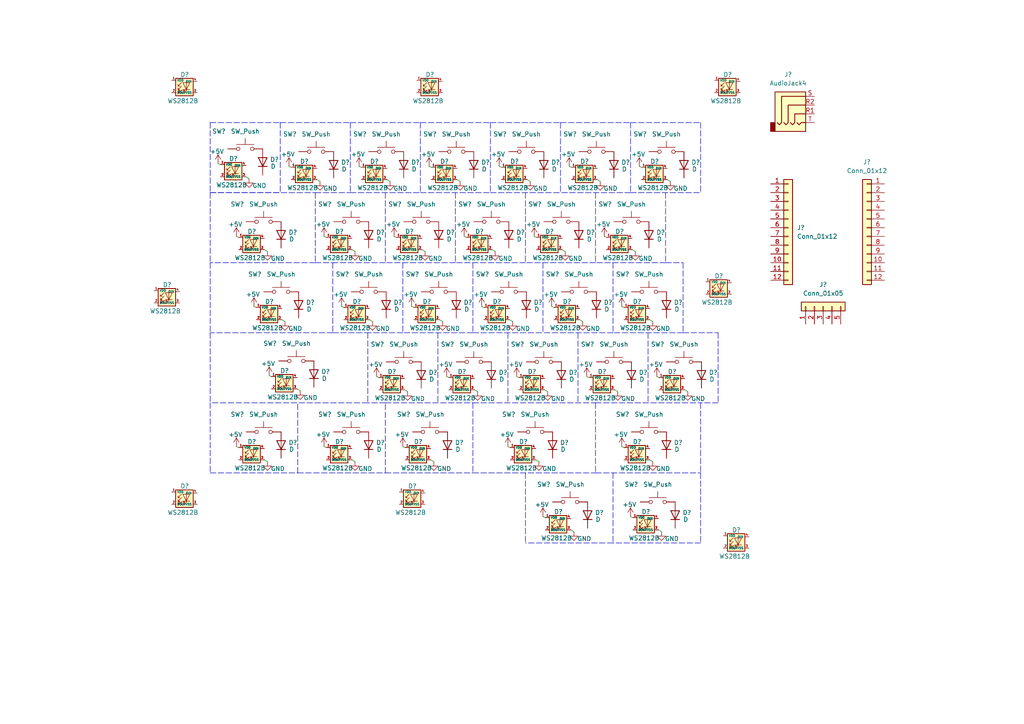
<source format=kicad_sch>
(kicad_sch (version 20211123) (generator eeschema)
  (paper "A4")
  (lib_symbols
    (symbol "Connector:AudioJack4"
      (property "Reference" "J" (at 0 8.89 0))
      (property "Value" "AudioJack4" (at 0 6.35 0))
      (symbol "AudioJack4_0_1"
        (rectangle (start -6.35 -5.08) (end -7.62 -7.62) (stroke (width 0.254)) (fill (type outline)))
        (polyline (pts (xy 0 -5.08) (xy 0.635 -5.715) (xy 1.27 -5.08) (xy 2.54 -5.08)) (stroke (width 0.254)))
        (polyline (pts (xy -5.715 -5.08) (xy -5.08 -5.715) (xy -4.445 -5.08) (xy -4.445 2.54) (xy 2.54 2.54)) (stroke (width 0.254)))
        (polyline (pts (xy -1.905 -5.08) (xy -1.27 -5.715) (xy -0.635 -5.08) (xy -0.635 -2.54) (xy 2.54 -2.54)) (stroke (width 0.254)))
        (polyline (pts (xy 2.54 0) (xy -2.54 0) (xy -2.54 -5.08) (xy -3.175 -5.715) (xy -3.81 -5.08)) (stroke (width 0.254)))
        (rectangle (start 2.54 3.81) (end -6.35 -7.62) (stroke (width 0.254)) (fill (type background)))
      )
      (symbol "AudioJack4_1_1"
        (pin passive line (at 5.08 -2.54 180) (length 2.54) (name "~") (number "R1"))
        (pin passive line (at 5.08 0 180) (length 2.54) (name "~") (number "R2"))
        (pin passive line (at 5.08 2.54 180) (length 2.54) (name "~") (number "S"))
        (pin passive line (at 5.08 -5.08 180) (length 2.54) (name "~") (number "T"))
      )
    )
    (symbol "Connector_Generic:Conn_01x05" (pin_names (offset 1.016) hide)
      (property "Reference" "J" (at 0 7.62 0))
      (property "Value" "Conn_01x05" (at 0 -7.62 0))
      (symbol "Conn_01x05_1_1"
        (rectangle (start -1.27 -4.953) (end 0 -5.207) (stroke (width 0.1524)))
        (rectangle (start -1.27 -2.413) (end 0 -2.667) (stroke (width 0.1524)))
        (rectangle (start -1.27 0.127) (end 0 -0.127) (stroke (width 0.1524)))
        (rectangle (start -1.27 2.667) (end 0 2.413) (stroke (width 0.1524)))
        (rectangle (start -1.27 5.207) (end 0 4.953) (stroke (width 0.1524)))
        (rectangle (start -1.27 6.35) (end 1.27 -6.35) (stroke (width 0.254)) (fill (type background)))
        (pin passive line (at -5.08 5.08 0) (length 3.81) (name "Pin_1") (number "1"))
        (pin passive line (at -5.08 2.54 0) (length 3.81) (name "Pin_2") (number "2"))
        (pin passive line (at -5.08 0 0) (length 3.81) (name "Pin_3") (number "3"))
        (pin passive line (at -5.08 -2.54 0) (length 3.81) (name "Pin_4") (number "4"))
        (pin passive line (at -5.08 -5.08 0) (length 3.81) (name "Pin_5") (number "5"))
      )
    )
    (symbol "Connector_Generic:Conn_01x12" (pin_names (offset 1.016) hide)
      (property "Reference" "J" (at 0 15.24 0))
      (property "Value" "Conn_01x12" (at 0 -17.78 0))
      (symbol "Conn_01x12_1_1"
        (rectangle (start -1.27 -15.113) (end 0 -15.367) (stroke (width 0.1524)))
        (rectangle (start -1.27 -12.573) (end 0 -12.827) (stroke (width 0.1524)))
        (rectangle (start -1.27 -10.033) (end 0 -10.287) (stroke (width 0.1524)))
        (rectangle (start -1.27 -7.493) (end 0 -7.747) (stroke (width 0.1524)))
        (rectangle (start -1.27 -4.953) (end 0 -5.207) (stroke (width 0.1524)))
        (rectangle (start -1.27 -2.413) (end 0 -2.667) (stroke (width 0.1524)))
        (rectangle (start -1.27 0.127) (end 0 -0.127) (stroke (width 0.1524)))
        (rectangle (start -1.27 2.667) (end 0 2.413) (stroke (width 0.1524)))
        (rectangle (start -1.27 5.207) (end 0 4.953) (stroke (width 0.1524)))
        (rectangle (start -1.27 7.747) (end 0 7.493) (stroke (width 0.1524)))
        (rectangle (start -1.27 10.287) (end 0 10.033) (stroke (width 0.1524)))
        (rectangle (start -1.27 12.827) (end 0 12.573) (stroke (width 0.1524)))
        (rectangle (start -1.27 13.97) (end 1.27 -16.51) (stroke (width 0.254)) (fill (type background)))
        (pin passive line (at -5.08 12.7 0) (length 3.81) (name "Pin_1") (number "1"))
        (pin passive line (at -5.08 -10.16 0) (length 3.81) (name "Pin_10") (number "10"))
        (pin passive line (at -5.08 -12.7 0) (length 3.81) (name "Pin_11") (number "11"))
        (pin passive line (at -5.08 -15.24 0) (length 3.81) (name "Pin_12") (number "12"))
        (pin passive line (at -5.08 10.16 0) (length 3.81) (name "Pin_2") (number "2"))
        (pin passive line (at -5.08 7.62 0) (length 3.81) (name "Pin_3") (number "3"))
        (pin passive line (at -5.08 5.08 0) (length 3.81) (name "Pin_4") (number "4"))
        (pin passive line (at -5.08 2.54 0) (length 3.81) (name "Pin_5") (number "5"))
        (pin passive line (at -5.08 0 0) (length 3.81) (name "Pin_6") (number "6"))
        (pin passive line (at -5.08 -2.54 0) (length 3.81) (name "Pin_7") (number "7"))
        (pin passive line (at -5.08 -5.08 0) (length 3.81) (name "Pin_8") (number "8"))
        (pin passive line (at -5.08 -7.62 0) (length 3.81) (name "Pin_9") (number "9"))
      )
    )
    (symbol "Device:D" (pin_numbers hide) (pin_names (offset 1.016) hide)
      (property "Reference" "D" (at 0 2.54 0))
      (property "Value" "D" (at 0 -2.54 0))
      (symbol "D_0_1"
        (polyline (pts (xy -1.27 1.27) (xy -1.27 -1.27)) (stroke (width 0.254)))
        (polyline (pts (xy 1.27 0) (xy -1.27 0)))
        (polyline (pts (xy 1.27 1.27) (xy 1.27 -1.27) (xy -1.27 0) (xy 1.27 1.27)) (stroke (width 0.254)))
      )
      (symbol "D_1_1"
        (pin passive line (at -3.81 0 0) (length 2.54) (name "K") (number "1"))
        (pin passive line (at 3.81 0 180) (length 2.54) (name "A") (number "2"))
      )
    )
    (symbol "LED:WS2812B" (pin_names (offset 0.254))
      (property "Reference" "D?" (at -1.1908 3.8701 0))
      (property "Value" "WS2812B" (at -0.2977 -3.8701 0))
      (symbol "WS2812B_0_0"
        (text "RGB" (at -0.691 -1.214 0) (effects (font (size 0.762 0.762))))
      )
      (symbol "WS2812B_0_1"
        (rectangle (start -2.3816 2.6793) (end 2.6793 -2.3816) (stroke (width 0.254)) (fill (type background)))
        (polyline (pts (xy -1.707 -0.579) (xy -1.199 -0.579)))
        (polyline (pts (xy -1.707 0.437) (xy -1.199 0.437)))
        (polyline (pts (xy 1.722 -0.579) (xy -0.31 -0.579)))
        (polyline (pts (xy -0.691 0.437) (xy -1.707 -0.579) (xy -1.707 -0.071)))
        (polyline (pts (xy -0.691 1.453) (xy -1.707 0.437) (xy -1.707 0.945)))
        (polyline (pts (xy 0.706 1.961) (xy 0.706 -0.579) (xy 0.706 -1.087)))
        (polyline (pts (xy 1.722 1.453) (xy -0.31 1.453) (xy 0.706 -0.579) (xy 1.722 1.453)))
      )
      (symbol "WS2812B_1_1"
        (pin power_in line (at -3.5724 2.0839 0) (length 1.27) (name "VDD") (number "1"))
        (pin output line (at -3.5724 -1.4885 0) (length 1.27) (name "DOUT") (number "2"))
        (pin power_in line (at 3.8701 -1.4885 180) (length 1.27) (name "VSS") (number "3"))
        (pin input line (at 3.8701 1.7862 180) (length 1.27) (name "DIN") (number "4"))
      )
    )
    (symbol "Switch:SW_Push" (pin_numbers hide) (pin_names (offset 1.016) hide)
      (property "Reference" "SW" (at 1.27 2.54 0))
      (property "Value" "SW_Push" (at 0 -1.524 0))
      (symbol "SW_Push_0_1"
        (circle (center -2.032 0) (radius 0.508))
        (polyline (pts (xy 0 1.27) (xy 0 3.048)))
        (polyline (pts (xy 2.54 1.27) (xy -2.54 1.27)))
        (circle (center 2.032 0) (radius 0.508))
        (pin passive line (at -5.08 0 0) (length 2.54) (name "1") (number "1"))
        (pin passive line (at 5.08 0 180) (length 2.54) (name "2") (number "2"))
      )
    )
    (symbol "power:+5V" (power) (pin_names (offset 0))
      (property "Value" "+5V" (at 0 3.556 0))
      (symbol "+5V_0_1"
        (polyline (pts (xy -0.762 1.27) (xy 0 2.54)))
        (polyline (pts (xy 0 0) (xy 0 2.54)))
        (polyline (pts (xy 0 2.54) (xy 0.762 1.27)))
      )
      (symbol "+5V_1_1"
        (pin power_in line (at 0 0 90) (length 0) hide (name "+5V") (number "1"))
      )
    )
    (symbol "power:GND" (power) (pin_names (offset 0))
      (property "Value" "GND" (at 0 -3.81 0))
      (symbol "GND_0_1"
        (polyline (pts (xy 0 0) (xy 0 -1.27) (xy 1.27 -1.27) (xy 0 -2.54) (xy -1.27 -1.27) (xy 0 -1.27)))
      )
      (symbol "GND_1_1"
        (pin power_in line (at 0 0 270) (length 0) hide (name "GND") (number "1"))
      )
    )
  )
  (wire (pts (xy 199.4916 113.5888) (xy 198.6029 113.0464)))
  (polyline (pts (xy 132.08 76.2) (xy 111.76 76.2)))
  (wire (pts (xy 118.2116 113.5888) (xy 117.3229 113.0464)))
  (polyline (pts (xy 60.96 35.56) (xy 60.96 55.88)))
  (wire (pts (xy 138.5316 113.5888) (xy 137.6429 113.0464)))
  (polyline (pts (xy 111.76 116.84) (xy 137.16 116.84)))
  (wire (pts (xy 160.6804 89.154) (xy 160.02 88.9)))
  (polyline (pts (xy 137.16 116.84) (xy 172.72 116.84)))
  (wire (pts (xy 163.9316 72.9488) (xy 163.0429 72.4064)))
  (polyline (pts (xy 147.32 96.52) (xy 147.32 116.84)))
  (polyline (pts (xy 137.16 137.16) (xy 172.72 137.16)))
  (polyline (pts (xy 111.76 137.16) (xy 137.16 137.16)))
  (wire (pts (xy 113.1316 52.6288) (xy 112.2429 52.0864)))
  (polyline (pts (xy 116.84 76.2) (xy 116.84 96.52)))
  (wire (pts (xy 77.5716 133.9088) (xy 76.6829 133.3664)))
  (wire (pts (xy 123.2916 72.9488) (xy 122.4029 72.4064)))
  (wire (pts (xy 170.8404 109.474) (xy 170.18 109.22)))
  (polyline (pts (xy 172.72 116.84) (xy 203.2 116.84)))
  (polyline (pts (xy 198.12 96.52) (xy 208.28 96.52)))
  (polyline (pts (xy 111.76 55.88) (xy 111.76 76.2)))
  (wire (pts (xy 84.4804 48.514) (xy 83.82 48.26)))
  (polyline (pts (xy 208.28 96.52) (xy 208.28 116.84)))
  (wire (pts (xy 158.1404 150.114) (xy 157.48 149.86)))
  (wire (pts (xy 186.0804 48.514) (xy 185.42 48.26)))
  (wire (pts (xy 94.6404 129.794) (xy 93.98 129.54)))
  (wire (pts (xy 194.4116 52.6288) (xy 193.5229 52.0864)))
  (polyline (pts (xy 111.76 137.16) (xy 111.76 116.84)))
  (polyline (pts (xy 152.4 76.2) (xy 132.08 76.2)))
  (wire (pts (xy 191.1604 109.474) (xy 190.5 109.22)))
  (wire (pts (xy 99.7204 89.154) (xy 99.06 88.9)))
  (polyline (pts (xy 106.68 96.52) (xy 106.68 116.84)))
  (polyline (pts (xy 162.56 35.56) (xy 162.56 55.88)))
  (polyline (pts (xy 96.52 76.2) (xy 96.52 96.52)))
  (wire (pts (xy 189.3316 93.2688) (xy 188.4429 92.7264)))
  (polyline (pts (xy 121.92 35.56) (xy 142.24 35.56)))
  (wire (pts (xy 153.7716 52.6288) (xy 152.8829 52.0864)))
  (polyline (pts (xy 172.72 55.88) (xy 172.72 76.2)))
  (polyline (pts (xy 96.52 96.52) (xy 60.96 96.52)))
  (polyline (pts (xy 111.76 116.84) (xy 106.68 116.84)))
  (wire (pts (xy 77.5716 72.9488) (xy 76.6829 72.4064)))
  (wire (pts (xy 145.4404 48.514) (xy 144.78 48.26)))
  (polyline (pts (xy 152.4 137.16) (xy 152.4 157.48)))
  (polyline (pts (xy 137.16 96.52) (xy 116.84 96.52)))
  (polyline (pts (xy 203.2 157.48) (xy 177.8 157.48)))
  (wire (pts (xy 143.6116 72.9488) (xy 142.7229 72.4064)))
  (wire (pts (xy 175.9204 68.834) (xy 175.26 68.58)))
  (wire (pts (xy 148.6916 93.2688) (xy 147.8029 92.7264)))
  (wire (pts (xy 108.0516 93.2688) (xy 107.1629 92.7264)))
  (polyline (pts (xy 132.08 55.88) (xy 132.08 76.2)))
  (polyline (pts (xy 193.04 55.88) (xy 193.04 76.2)))
  (polyline (pts (xy 137.16 76.2) (xy 137.16 96.52)))
  (wire (pts (xy 181.0004 89.154) (xy 180.34 88.9)))
  (polyline (pts (xy 203.2 137.16) (xy 203.2 157.48)))
  (polyline (pts (xy 60.96 55.88) (xy 60.96 76.2)))
  (wire (pts (xy 181.0004 129.794) (xy 180.34 129.54)))
  (wire (pts (xy 125.8316 133.9088) (xy 124.9429 133.3664)))
  (polyline (pts (xy 182.88 35.56) (xy 203.2 35.56)))
  (wire (pts (xy 63.9064 47.7012) (xy 63.246 47.4472)))
  (polyline (pts (xy 182.88 55.88) (xy 162.56 55.88)))
  (polyline (pts (xy 203.2 116.84) (xy 203.2 137.16)))
  (polyline (pts (xy 152.4 55.88) (xy 152.4 76.2)))
  (polyline (pts (xy 81.28 35.56) (xy 101.6 35.56)))
  (wire (pts (xy 87.0712 113.3348) (xy 86.1825 112.7924)))
  (wire (pts (xy 94.6404 68.834) (xy 93.98 68.58)))
  (wire (pts (xy 174.0916 52.6288) (xy 173.2029 52.0864)))
  (polyline (pts (xy 60.96 137.16) (xy 86.36 137.16)))
  (polyline (pts (xy 60.96 96.52) (xy 60.96 116.84)))
  (wire (pts (xy 133.4516 52.6288) (xy 132.5629 52.0864)))
  (polyline (pts (xy 60.96 76.2) (xy 60.96 96.52)))
  (polyline (pts (xy 111.76 76.2) (xy 96.52 76.2)))
  (polyline (pts (xy 193.04 76.2) (xy 198.12 76.2)))
  (polyline (pts (xy 60.96 116.84) (xy 60.96 137.16)))
  (polyline (pts (xy 101.6 55.88) (xy 121.92 55.88)))
  (polyline (pts (xy 60.96 55.88) (xy 91.44 55.88)))
  (wire (pts (xy 114.9604 68.834) (xy 114.3 68.58)))
  (polyline (pts (xy 86.36 137.16) (xy 111.76 137.16)))
  (polyline (pts (xy 127 96.52) (xy 127 116.84)))
  (polyline (pts (xy 121.92 55.88) (xy 142.24 55.88)))
  (wire (pts (xy 169.0116 93.2688) (xy 168.1229 92.7264)))
  (polyline (pts (xy 81.28 35.56) (xy 81.28 55.88)))
  (wire (pts (xy 130.2004 109.474) (xy 129.54 109.22)))
  (wire (pts (xy 189.3316 133.9088) (xy 188.4429 133.3664)))
  (polyline (pts (xy 60.96 55.88) (xy 81.28 55.88)))
  (polyline (pts (xy 172.72 116.84) (xy 172.72 137.16)))
  (wire (pts (xy 120.0404 89.154) (xy 119.38 88.9)))
  (polyline (pts (xy 177.8 137.16) (xy 177.8 157.48)))
  (polyline (pts (xy 116.84 96.52) (xy 106.68 96.52)))
  (polyline (pts (xy 60.96 35.56) (xy 81.28 35.56)))
  (wire (pts (xy 184.2516 72.9488) (xy 183.3629 72.4064)))
  (polyline (pts (xy 193.04 76.2) (xy 172.72 76.2)))
  (wire (pts (xy 109.8804 109.474) (xy 109.22 109.22)))
  (polyline (pts (xy 172.72 76.2) (xy 152.4 76.2)))
  (polyline (pts (xy 137.16 96.52) (xy 157.48 96.52)))
  (polyline (pts (xy 101.6 35.56) (xy 121.92 35.56)))
  (polyline (pts (xy 177.8 157.48) (xy 152.4 157.48)))
  (wire (pts (xy 69.2404 68.834) (xy 68.58 68.58)))
  (polyline (pts (xy 96.52 96.52) (xy 106.68 96.52)))
  (polyline (pts (xy 162.56 35.56) (xy 182.88 35.56)))
  (polyline (pts (xy 157.48 76.2) (xy 157.48 96.52)))
  (wire (pts (xy 140.3604 89.154) (xy 139.7 88.9)))
  (wire (pts (xy 183.5404 150.114) (xy 182.88 149.86)))
  (polyline (pts (xy 172.72 137.16) (xy 203.2 137.16)))
  (wire (pts (xy 74.3204 89.154) (xy 73.66 88.9)))
  (wire (pts (xy 165.7604 48.514) (xy 165.1 48.26)))
  (wire (pts (xy 135.2804 68.834) (xy 134.62 68.58)))
  (wire (pts (xy 179.1716 113.5888) (xy 178.2829 113.0464)))
  (wire (pts (xy 102.9716 72.9488) (xy 102.0829 72.4064)))
  (wire (pts (xy 78.74 109.22) (xy 78.0796 108.966)))
  (wire (pts (xy 92.8116 52.6288) (xy 91.9229 52.0864)))
  (polyline (pts (xy 91.44 76.2) (xy 60.96 76.2)))
  (wire (pts (xy 166.4716 154.2288) (xy 165.5829 153.6864)))
  (polyline (pts (xy 91.44 55.88) (xy 101.6 55.88)))
  (polyline (pts (xy 198.12 76.2) (xy 198.12 96.52)))
  (wire (pts (xy 191.8716 154.2288) (xy 190.9829 153.6864)))
  (polyline (pts (xy 198.12 96.52) (xy 177.8 96.52)))
  (polyline (pts (xy 142.24 35.56) (xy 162.56 35.56)))
  (wire (pts (xy 156.3116 133.9088) (xy 155.4229 133.3664)))
  (polyline (pts (xy 142.24 55.88) (xy 162.56 55.88)))
  (polyline (pts (xy 86.36 137.16) (xy 86.36 116.84)))
  (wire (pts (xy 128.3716 93.2688) (xy 127.4829 92.7264)))
  (polyline (pts (xy 101.6 35.56) (xy 101.6 55.88)))
  (polyline (pts (xy 187.96 96.52) (xy 187.96 116.84)))
  (polyline (pts (xy 121.92 35.56) (xy 121.92 55.88)))
  (polyline (pts (xy 182.88 55.88) (xy 203.2 55.88)))
  (polyline (pts (xy 137.16 116.84) (xy 137.16 137.16)))
  (wire (pts (xy 82.6516 93.2688) (xy 81.7629 92.7264)))
  (wire (pts (xy 155.6004 68.834) (xy 154.94 68.58)))
  (wire (pts (xy 117.5004 129.794) (xy 116.84 129.54)))
  (wire (pts (xy 150.5204 109.474) (xy 149.86 109.22)))
  (wire (pts (xy 72.2376 51.816) (xy 71.3489 51.2736)))
  (polyline (pts (xy 167.64 96.52) (xy 167.64 116.84)))
  (polyline (pts (xy 142.24 35.56) (xy 142.24 55.88)))
  (polyline (pts (xy 182.88 35.56) (xy 182.88 55.88)))
  (polyline (pts (xy 91.44 55.88) (xy 91.44 76.2)))
  (polyline (pts (xy 203.2 35.56) (xy 203.2 55.88)))
  (polyline (pts (xy 106.68 116.84) (xy 60.96 116.84)))
  (wire (pts (xy 125.1204 48.514) (xy 124.46 48.26)))
  (polyline (pts (xy 177.8 96.52) (xy 157.48 96.52)))
  (polyline (pts (xy 177.8 76.2) (xy 177.8 96.52)))
  (wire (pts (xy 158.8516 113.5888) (xy 157.9629 113.0464)))
  (polyline (pts (xy 208.28 116.84) (xy 203.2 116.84)))
  (wire (pts (xy 147.9804 129.794) (xy 147.32 129.54)))
  (wire (pts (xy 104.8004 48.514) (xy 104.14 48.26)))
  (polyline (pts (xy 91.44 76.2) (xy 96.52 76.2)))
  (wire (pts (xy 69.2404 129.794) (xy 68.58 129.54)))
  (wire (pts (xy 102.9716 133.9088) (xy 102.0829 133.3664)))
  (symbol (lib_id "power:GND") (at 92.8116 52.6288 0) (unit 1)
    (property "Reference" "#PWR?" (effects hide))
    (property "Value" "GND" (at 95.8088 54.6608 0))
  )
  (symbol (lib_id "Switch:SW_Push") (at 190.754 145.5928 0) (unit 1)
    (property "Reference" "SW?" (at 183.134 140.5128 0))
    (property "Value" "SW_Push" (at 190.754 140.5128 0))
  )
  (symbol (lib_id "Device:D") (at 142.494 108.7628 90) (unit 1)
    (property "Reference" "D?" (at 144.6276 108.0516 90) (effects (justify right)))
    (property "Value" "D" (at 144.78 110.0328 90) (effects (justify right)))
  )
  (symbol (lib_id "Switch:SW_Push") (at 157.734 104.9528 0) (unit 1)
    (property "Reference" "SW?" (at 150.114 99.8728 0))
    (property "Value" "SW_Push" (at 157.734 99.8728 0))
  )
  (symbol (lib_id "LED:WS2812B") (at 138.8528 70.9179 0) (unit 1)
    (property "Reference" "D?" (at 139.0904 67.1576 0))
    (property "Value" "WS2812B" (at 138.5551 74.788 0))
    (property "Footprint" "LED_SMD:LED_WS2812B_PLCC4_5.0x5.0mm_P3.2mm" (effects hide))
    (property "Datasheet" "https://cdn-shop.adafruit.com/datasheets/WS2812B.pdf" (effects hide))
  )
  (symbol (lib_id "LED:WS2812B") (at 143.9328 91.2379 0) (unit 1)
    (property "Reference" "D?" (at 144.1704 87.4776 0))
    (property "Value" "WS2812B" (at 143.6351 95.108 0))
    (property "Footprint" "LED_SMD:LED_WS2812B_PLCC4_5.0x5.0mm_P3.2mm" (effects hide))
    (property "Datasheet" "https://cdn-shop.adafruit.com/datasheets/WS2812B.pdf" (effects hide))
  )
  (symbol (lib_id "Device:D") (at 106.934 129.0828 90) (unit 1)
    (property "Reference" "D?" (at 109.0676 128.3716 90) (effects (justify right)))
    (property "Value" "D" (at 109.22 130.3528 90) (effects (justify right)))
  )
  (symbol (lib_id "Switch:SW_Push") (at 101.854 125.2728 0) (unit 1)
    (property "Reference" "SW?" (at 94.234 120.1928 0))
    (property "Value" "SW_Push" (at 101.854 120.1928 0))
  )
  (symbol (lib_id "Device:D") (at 106.934 68.1228 90) (unit 1)
    (property "Reference" "D?" (at 109.0676 67.4116 90) (effects (justify right)))
    (property "Value" "D" (at 109.22 69.3928 90) (effects (justify right)))
  )
  (symbol (lib_id "LED:WS2812B") (at 164.2528 91.2379 0) (unit 1)
    (property "Reference" "D?" (at 164.4904 87.4776 0))
    (property "Value" "WS2812B" (at 163.9551 95.108 0))
    (property "Footprint" "LED_SMD:LED_WS2812B_PLCC4_5.0x5.0mm_P3.2mm" (effects hide))
    (property "Datasheet" "https://cdn-shop.adafruit.com/datasheets/WS2812B.pdf" (effects hide))
  )
  (symbol (lib_id "Device:D") (at 162.814 108.7628 90) (unit 1)
    (property "Reference" "D?" (at 164.9476 108.0516 90) (effects (justify right)))
    (property "Value" "D" (at 165.1 110.0328 90) (effects (justify right)))
  )
  (symbol (lib_id "Device:D") (at 157.734 47.8028 90) (unit 1)
    (property "Reference" "D?" (at 159.8676 47.0916 90) (effects (justify right)))
    (property "Value" "D" (at 160.02 49.0728 90) (effects (justify right)))
  )
  (symbol (lib_id "power:+5V") (at 180.34 129.54 0) (unit 1)
    (property "Reference" "#PWR?" (effects hide))
    (property "Value" "+5V" (at 180.0352 126.0348 0))
  )
  (symbol (lib_id "power:GND") (at 174.0916 52.6288 0) (unit 1)
    (property "Reference" "#PWR?" (effects hide))
    (property "Value" "GND" (at 177.0888 54.6608 0))
  )
  (symbol (lib_id "power:+5V") (at 129.54 109.22 0) (unit 1)
    (property "Reference" "#PWR?" (effects hide))
    (property "Value" "+5V" (at 129.2352 105.7148 0))
  )
  (symbol (lib_id "Switch:SW_Push") (at 188.214 125.2728 0) (unit 1)
    (property "Reference" "SW?" (at 180.594 120.1928 0))
    (property "Value" "SW_Push" (at 188.214 120.1928 0))
  )
  (symbol (lib_id "power:+5V") (at 165.1 48.26 0) (unit 1)
    (property "Reference" "#PWR?" (effects hide))
    (property "Value" "+5V" (at 164.7952 44.7548 0))
  )
  (symbol (lib_id "power:GND") (at 82.6516 93.2688 0) (unit 1)
    (property "Reference" "#PWR?" (effects hide))
    (property "Value" "GND" (at 85.6488 95.3008 0))
  )
  (symbol (lib_id "Switch:SW_Push") (at 81.534 84.6328 0) (unit 1)
    (property "Reference" "SW?" (at 73.914 79.5528 0))
    (property "Value" "SW_Push" (at 81.534 79.5528 0))
  )
  (symbol (lib_id "Device:D") (at 117.094 47.8028 90) (unit 1)
    (property "Reference" "D?" (at 119.2276 47.0916 90) (effects (justify right)))
    (property "Value" "D" (at 119.38 49.0728 90) (effects (justify right)))
  )
  (symbol (lib_id "LED:WS2812B") (at 184.5728 91.2379 0) (unit 1)
    (property "Reference" "D?" (at 184.8104 87.4776 0))
    (property "Value" "WS2812B" (at 184.2751 95.108 0))
    (property "Footprint" "LED_SMD:LED_WS2812B_PLCC4_5.0x5.0mm_P3.2mm" (effects hide))
    (property "Datasheet" "https://cdn-shop.adafruit.com/datasheets/WS2812B.pdf" (effects hide))
  )
  (symbol (lib_id "power:GND") (at 189.3316 93.2688 0) (unit 1)
    (property "Reference" "#PWR?" (effects hide))
    (property "Value" "GND" (at 192.3288 95.3008 0))
  )
  (symbol (lib_id "LED:WS2812B") (at 72.8128 131.8779 0) (unit 1)
    (property "Reference" "D?" (at 73.0504 128.1176 0))
    (property "Value" "WS2812B" (at 72.5151 135.748 0))
    (property "Footprint" "LED_SMD:LED_WS2812B_PLCC4_5.0x5.0mm_P3.2mm" (effects hide))
    (property "Datasheet" "https://cdn-shop.adafruit.com/datasheets/WS2812B.pdf" (effects hide))
  )
  (symbol (lib_id "LED:WS2812B") (at 67.4788 49.7851 0) (unit 1)
    (property "Reference" "D?" (at 67.7164 46.0248 0))
    (property "Value" "WS2812B" (at 67.1811 53.6552 0))
    (property "Footprint" "LED_SMD:LED_WS2812B_PLCC4_5.0x5.0mm_P3.2mm" (effects hide))
    (property "Datasheet" "https://cdn-shop.adafruit.com/datasheets/WS2812B.pdf" (effects hide))
  )
  (symbol (lib_id "LED:WS2812B") (at 194.7328 111.5579 0) (unit 1)
    (property "Reference" "D?" (at 194.9704 107.7976 0))
    (property "Value" "WS2812B" (at 194.4351 115.428 0))
    (property "Footprint" "LED_SMD:LED_WS2812B_PLCC4_5.0x5.0mm_P3.2mm" (effects hide))
    (property "Datasheet" "https://cdn-shop.adafruit.com/datasheets/WS2812B.pdf" (effects hide))
  )
  (symbol (lib_id "power:+5V") (at 93.98 129.54 0) (unit 1)
    (property "Reference" "#PWR?" (effects hide))
    (property "Value" "+5V" (at 93.6752 126.0348 0))
  )
  (symbol (lib_id "Switch:SW_Push") (at 162.814 64.3128 0) (unit 1)
    (property "Reference" "SW?" (at 155.194 59.2328 0))
    (property "Value" "SW_Push" (at 162.814 59.2328 0))
  )
  (symbol (lib_id "power:+5V") (at 116.84 129.54 0) (unit 1)
    (property "Reference" "#PWR?" (effects hide))
    (property "Value" "+5V" (at 116.5352 126.0348 0))
  )
  (symbol (lib_id "power:+5V") (at 185.42 48.26 0) (unit 1)
    (property "Reference" "#PWR?" (effects hide))
    (property "Value" "+5V" (at 185.1152 44.7548 0))
  )
  (symbol (lib_id "power:+5V") (at 175.26 68.58 0) (unit 1)
    (property "Reference" "#PWR?" (effects hide))
    (property "Value" "+5V" (at 174.9552 65.0748 0))
  )
  (symbol (lib_id "LED:WS2812B") (at 169.3328 50.5979 0) (unit 1)
    (property "Reference" "D?" (at 169.5704 46.8376 0))
    (property "Value" "WS2812B" (at 169.0351 54.468 0))
    (property "Footprint" "LED_SMD:LED_WS2812B_PLCC4_5.0x5.0mm_P3.2mm" (effects hide))
    (property "Datasheet" "https://cdn-shop.adafruit.com/datasheets/WS2812B.pdf" (effects hide))
  )
  (symbol (lib_id "Switch:SW_Push") (at 76.454 125.2728 0) (unit 1)
    (property "Reference" "SW?" (at 68.834 120.1928 0))
    (property "Value" "SW_Push" (at 76.454 120.1928 0))
  )
  (symbol (lib_id "Device:D") (at 193.294 129.0828 90) (unit 1)
    (property "Reference" "D?" (at 195.4276 128.3716 90) (effects (justify right)))
    (property "Value" "D" (at 195.58 130.3528 90) (effects (justify right)))
  )
  (symbol (lib_id "Switch:SW_Push") (at 155.194 125.2728 0) (unit 1)
    (property "Reference" "SW?" (at 147.574 120.1928 0))
    (property "Value" "SW_Push" (at 155.194 120.1928 0))
  )
  (symbol (lib_id "Switch:SW_Push") (at 188.214 84.6328 0) (unit 1)
    (property "Reference" "SW?" (at 180.594 79.5528 0))
    (property "Value" "SW_Push" (at 188.214 79.5528 0))
  )
  (symbol (lib_id "Device:D") (at 198.374 47.8028 90) (unit 1)
    (property "Reference" "D?" (at 200.5076 47.0916 90) (effects (justify right)))
    (property "Value" "D" (at 200.66 49.0728 90) (effects (justify right)))
  )
  (symbol (lib_id "Connector:AudioJack4") (at 231.14 30.48 0) (unit 1)
    (property "Reference" "J?" (at 228.6 21.59 0))
    (property "Value" "AudioJack4" (at 228.6 24.13 0))
  )
  (symbol (lib_id "Device:D") (at 195.834 149.4028 90) (unit 1)
    (property "Reference" "D?" (at 197.9676 148.6916 90) (effects (justify right)))
    (property "Value" "D" (at 198.12 150.6728 90) (effects (justify right)))
  )
  (symbol (lib_id "LED:WS2812B") (at 103.2928 91.2379 0) (unit 1)
    (property "Reference" "D?" (at 103.5304 87.4776 0))
    (property "Value" "WS2812B" (at 102.9951 95.108 0))
    (property "Footprint" "LED_SMD:LED_WS2812B_PLCC4_5.0x5.0mm_P3.2mm" (effects hide))
    (property "Datasheet" "https://cdn-shop.adafruit.com/datasheets/WS2812B.pdf" (effects hide))
  )
  (symbol (lib_id "Switch:SW_Push") (at 85.9536 104.6988 0) (unit 1)
    (property "Reference" "SW?" (at 78.3336 99.6188 0))
    (property "Value" "SW_Push" (at 85.9536 99.6188 0))
  )
  (symbol (lib_id "power:GND") (at 113.1316 52.6288 0) (unit 1)
    (property "Reference" "#PWR?" (effects hide))
    (property "Value" "GND" (at 116.1288 54.6608 0))
  )
  (symbol (lib_id "Device:D") (at 76.2 46.99 90) (unit 1)
    (property "Reference" "D?" (at 78.3336 46.2788 90) (effects (justify right)))
    (property "Value" "D" (at 78.486 48.26 90) (effects (justify right)))
  )
  (symbol (lib_id "power:GND") (at 102.9716 133.9088 0) (unit 1)
    (property "Reference" "#PWR?" (effects hide))
    (property "Value" "GND" (at 105.9688 135.9408 0))
  )
  (symbol (lib_id "Device:D") (at 81.534 129.0828 90) (unit 1)
    (property "Reference" "D?" (at 83.6676 128.3716 90) (effects (justify right)))
    (property "Value" "D" (at 83.82 130.3528 90) (effects (justify right)))
  )
  (symbol (lib_id "LED:WS2812B") (at 174.4128 111.5579 0) (unit 1)
    (property "Reference" "D?" (at 174.6504 107.7976 0))
    (property "Value" "WS2812B" (at 174.1151 115.428 0))
    (property "Footprint" "LED_SMD:LED_WS2812B_PLCC4_5.0x5.0mm_P3.2mm" (effects hide))
    (property "Datasheet" "https://cdn-shop.adafruit.com/datasheets/WS2812B.pdf" (effects hide))
  )
  (symbol (lib_id "power:GND") (at 166.4716 154.2288 0) (unit 1)
    (property "Reference" "#PWR?" (effects hide))
    (property "Value" "GND" (at 169.4688 156.2608 0))
  )
  (symbol (lib_id "LED:WS2812B") (at 187.1128 152.1979 0) (unit 1)
    (property "Reference" "D?" (at 187.3504 148.4376 0))
    (property "Value" "WS2812B" (at 186.8151 156.068 0))
    (property "Footprint" "LED_SMD:LED_WS2812B_PLCC4_5.0x5.0mm_P3.2mm" (effects hide))
    (property "Datasheet" "https://cdn-shop.adafruit.com/datasheets/WS2812B.pdf" (effects hide))
  )
  (symbol (lib_id "power:GND") (at 87.0712 113.3348 0) (unit 1)
    (property "Reference" "#PWR?" (effects hide))
    (property "Value" "GND" (at 90.0684 115.3668 0))
  )
  (symbol (lib_id "power:GND") (at 143.6116 72.9488 0) (unit 1)
    (property "Reference" "#PWR?" (effects hide))
    (property "Value" "GND" (at 146.6088 74.9808 0))
  )
  (symbol (lib_id "LED:WS2812B") (at 72.8128 70.9179 0) (unit 1)
    (property "Reference" "D?" (at 73.0504 67.1576 0))
    (property "Value" "WS2812B" (at 72.5151 74.788 0))
    (property "Footprint" "LED_SMD:LED_WS2812B_PLCC4_5.0x5.0mm_P3.2mm" (effects hide))
    (property "Datasheet" "https://cdn-shop.adafruit.com/datasheets/WS2812B.pdf" (effects hide))
  )
  (symbol (lib_id "Connector_Generic:Conn_01x12") (at 251.46 66.04 0) (mirror y) (unit 1)
    (property "Reference" "J?" (at 251.46 46.99 0))
    (property "Value" "Conn_01x12" (at 251.46 49.53 0))
  )
  (symbol (lib_id "LED:WS2812B") (at 48.26 86.36 0) (unit 1)
    (property "Reference" "D?" (at 48.4976 82.5997 0))
    (property "Value" "WS2812B" (at 47.9623 90.2301 0))
    (property "Footprint" "LED_SMD:LED_WS2812B_PLCC4_5.0x5.0mm_P3.2mm" (effects hide))
    (property "Datasheet" "https://cdn-shop.adafruit.com/datasheets/WS2812B.pdf" (effects hide))
  )
  (symbol (lib_id "power:GND") (at 189.3316 133.9088 0) (unit 1)
    (property "Reference" "#PWR?" (effects hide))
    (property "Value" "GND" (at 192.3288 135.9408 0))
  )
  (symbol (lib_id "Device:D") (at 167.894 68.1228 90) (unit 1)
    (property "Reference" "D?" (at 170.0276 67.4116 90) (effects (justify right)))
    (property "Value" "D" (at 170.18 69.3928 90) (effects (justify right)))
  )
  (symbol (lib_id "power:GND") (at 133.4516 52.6288 0) (unit 1)
    (property "Reference" "#PWR?" (effects hide))
    (property "Value" "GND" (at 136.4488 54.6608 0))
  )
  (symbol (lib_id "LED:WS2812B") (at 118.5328 70.9179 0) (unit 1)
    (property "Reference" "D?" (at 118.7704 67.1576 0))
    (property "Value" "WS2812B" (at 118.2351 74.788 0))
    (property "Footprint" "LED_SMD:LED_WS2812B_PLCC4_5.0x5.0mm_P3.2mm" (effects hide))
    (property "Datasheet" "https://cdn-shop.adafruit.com/datasheets/WS2812B.pdf" (effects hide))
  )
  (symbol (lib_id "LED:WS2812B") (at 189.6528 50.5979 0) (unit 1)
    (property "Reference" "D?" (at 189.8904 46.8376 0))
    (property "Value" "WS2812B" (at 189.3551 54.468 0))
    (property "Footprint" "LED_SMD:LED_WS2812B_PLCC4_5.0x5.0mm_P3.2mm" (effects hide))
    (property "Datasheet" "https://cdn-shop.adafruit.com/datasheets/WS2812B.pdf" (effects hide))
  )
  (symbol (lib_id "Device:D") (at 170.434 149.4028 90) (unit 1)
    (property "Reference" "D?" (at 172.5676 148.6916 90) (effects (justify right)))
    (property "Value" "D" (at 172.72 150.6728 90) (effects (justify right)))
  )
  (symbol (lib_id "power:+5V") (at 109.22 109.22 0) (unit 1)
    (property "Reference" "#PWR?" (effects hide))
    (property "Value" "+5V" (at 108.9152 105.7148 0))
  )
  (symbol (lib_id "power:+5V") (at 119.38 88.9 0) (unit 1)
    (property "Reference" "#PWR?" (effects hide))
    (property "Value" "+5V" (at 119.0752 85.3948 0))
  )
  (symbol (lib_id "Switch:SW_Push") (at 193.294 43.9928 0) (unit 1)
    (property "Reference" "SW?" (at 185.674 38.9128 0))
    (property "Value" "SW_Push" (at 193.294 38.9128 0))
  )
  (symbol (lib_id "power:GND") (at 163.9316 72.9488 0) (unit 1)
    (property "Reference" "#PWR?" (effects hide))
    (property "Value" "GND" (at 166.9288 74.9808 0))
  )
  (symbol (lib_id "LED:WS2812B") (at 108.3728 50.5979 0) (unit 1)
    (property "Reference" "D?" (at 108.6104 46.8376 0))
    (property "Value" "WS2812B" (at 108.0751 54.468 0))
    (property "Footprint" "LED_SMD:LED_WS2812B_PLCC4_5.0x5.0mm_P3.2mm" (effects hide))
    (property "Datasheet" "https://cdn-shop.adafruit.com/datasheets/WS2812B.pdf" (effects hide))
  )
  (symbol (lib_id "LED:WS2812B") (at 121.0728 131.8779 0) (unit 1)
    (property "Reference" "D?" (at 121.3104 128.1176 0))
    (property "Value" "WS2812B" (at 120.7751 135.748 0))
    (property "Footprint" "LED_SMD:LED_WS2812B_PLCC4_5.0x5.0mm_P3.2mm" (effects hide))
    (property "Datasheet" "https://cdn-shop.adafruit.com/datasheets/WS2812B.pdf" (effects hide))
  )
  (symbol (lib_id "Device:D") (at 137.414 47.8028 90) (unit 1)
    (property "Reference" "D?" (at 139.5476 47.0916 90) (effects (justify right)))
    (property "Value" "D" (at 139.7 49.0728 90) (effects (justify right)))
  )
  (symbol (lib_id "LED:WS2812B") (at 208.28 83.82 0) (unit 1)
    (property "Reference" "D?" (at 208.5176 80.0597 0))
    (property "Value" "WS2812B" (at 207.9823 87.6901 0))
    (property "Footprint" "LED_SMD:LED_WS2812B_PLCC4_5.0x5.0mm_P3.2mm" (effects hide))
    (property "Datasheet" "https://cdn-shop.adafruit.com/datasheets/WS2812B.pdf" (effects hide))
  )
  (symbol (lib_id "power:+5V") (at 73.66 88.9 0) (unit 1)
    (property "Reference" "#PWR?" (effects hide))
    (property "Value" "+5V" (at 73.3552 85.3948 0))
  )
  (symbol (lib_id "Switch:SW_Push") (at 71.12 43.18 0) (unit 1)
    (property "Reference" "SW?" (at 63.5 38.1 0))
    (property "Value" "SW_Push" (at 71.12 38.1 0))
  )
  (symbol (lib_id "power:GND") (at 158.8516 113.5888 0) (unit 1)
    (property "Reference" "#PWR?" (effects hide))
    (property "Value" "GND" (at 161.8488 115.6208 0))
  )
  (symbol (lib_id "Switch:SW_Push") (at 117.094 104.9528 0) (unit 1)
    (property "Reference" "SW?" (at 109.474 99.8728 0))
    (property "Value" "SW_Push" (at 117.094 99.8728 0))
  )
  (symbol (lib_id "Switch:SW_Push") (at 165.354 145.5928 0) (unit 1)
    (property "Reference" "SW?" (at 157.734 140.5128 0))
    (property "Value" "SW_Push" (at 165.354 140.5128 0))
  )
  (symbol (lib_id "Device:D") (at 129.794 129.0828 90) (unit 1)
    (property "Reference" "D?" (at 131.9276 128.3716 90) (effects (justify right)))
    (property "Value" "D" (at 132.08 130.3528 90) (effects (justify right)))
  )
  (symbol (lib_id "power:+5V") (at 157.48 149.86 0) (unit 1)
    (property "Reference" "#PWR?" (effects hide))
    (property "Value" "+5V" (at 157.1752 146.3548 0))
  )
  (symbol (lib_id "power:GND") (at 102.9716 72.9488 0) (unit 1)
    (property "Reference" "#PWR?" (effects hide))
    (property "Value" "GND" (at 105.9688 74.9808 0))
  )
  (symbol (lib_id "Switch:SW_Push") (at 76.454 64.3128 0) (unit 1)
    (property "Reference" "SW?" (at 68.834 59.2328 0))
    (property "Value" "SW_Push" (at 76.454 59.2328 0))
  )
  (symbol (lib_id "power:GND") (at 77.5716 72.9488 0) (unit 1)
    (property "Reference" "#PWR?" (effects hide))
    (property "Value" "GND" (at 80.5688 74.9808 0))
  )
  (symbol (lib_id "Device:D") (at 172.974 88.4428 90) (unit 1)
    (property "Reference" "D?" (at 175.1076 87.7316 90) (effects (justify right)))
    (property "Value" "D" (at 175.26 89.7128 90) (effects (justify right)))
  )
  (symbol (lib_id "Device:D") (at 91.0336 108.5088 90) (unit 1)
    (property "Reference" "D?" (at 93.1672 107.7976 90) (effects (justify right)))
    (property "Value" "D" (at 93.3196 109.7788 90) (effects (justify right)))
  )
  (symbol (lib_id "Device:D") (at 96.774 47.8028 90) (unit 1)
    (property "Reference" "D?" (at 98.9076 47.0916 90) (effects (justify right)))
    (property "Value" "D" (at 99.06 49.0728 90) (effects (justify right)))
  )
  (symbol (lib_id "Device:D") (at 178.054 47.8028 90) (unit 1)
    (property "Reference" "D?" (at 180.1876 47.0916 90) (effects (justify right)))
    (property "Value" "D" (at 180.34 49.0728 90) (effects (justify right)))
  )
  (symbol (lib_id "LED:WS2812B") (at 53.34 144.78 0) (unit 1)
    (property "Reference" "D?" (at 53.5776 141.0197 0))
    (property "Value" "WS2812B" (at 53.0423 148.6501 0))
    (property "Footprint" "LED_SMD:LED_WS2812B_PLCC4_5.0x5.0mm_P3.2mm" (effects hide))
    (property "Datasheet" "https://cdn-shop.adafruit.com/datasheets/WS2812B.pdf" (effects hide))
  )
  (symbol (lib_id "Switch:SW_Push") (at 101.854 64.3128 0) (unit 1)
    (property "Reference" "SW?" (at 94.234 59.2328 0))
    (property "Value" "SW_Push" (at 101.854 59.2328 0))
  )
  (symbol (lib_id "Device:D") (at 203.454 108.7628 90) (unit 1)
    (property "Reference" "D?" (at 205.5876 108.0516 90) (effects (justify right)))
    (property "Value" "D" (at 205.74 110.0328 90) (effects (justify right)))
  )
  (symbol (lib_id "power:GND") (at 184.2516 72.9488 0) (unit 1)
    (property "Reference" "#PWR?" (effects hide))
    (property "Value" "GND" (at 187.2488 74.9808 0))
  )
  (symbol (lib_id "LED:WS2812B") (at 149.0128 50.5979 0) (unit 1)
    (property "Reference" "D?" (at 149.2504 46.8376 0))
    (property "Value" "WS2812B" (at 148.7151 54.468 0))
    (property "Footprint" "LED_SMD:LED_WS2812B_PLCC4_5.0x5.0mm_P3.2mm" (effects hide))
    (property "Datasheet" "https://cdn-shop.adafruit.com/datasheets/WS2812B.pdf" (effects hide))
  )
  (symbol (lib_id "Switch:SW_Push") (at 137.414 104.9528 0) (unit 1)
    (property "Reference" "SW?" (at 129.794 99.8728 0))
    (property "Value" "SW_Push" (at 137.414 99.8728 0))
  )
  (symbol (lib_id "power:GND") (at 194.4116 52.6288 0) (unit 1)
    (property "Reference" "#PWR?" (effects hide))
    (property "Value" "GND" (at 197.4088 54.6608 0))
  )
  (symbol (lib_id "LED:WS2812B") (at 124.46 25.4 0) (unit 1)
    (property "Reference" "D?" (at 124.6976 21.6397 0))
    (property "Value" "WS2812B" (at 124.1623 29.2701 0))
    (property "Footprint" "LED_SMD:LED_WS2812B_PLCC4_5.0x5.0mm_P3.2mm" (effects hide))
    (property "Datasheet" "https://cdn-shop.adafruit.com/datasheets/WS2812B.pdf" (effects hide))
  )
  (symbol (lib_id "Device:D") (at 147.574 68.1228 90) (unit 1)
    (property "Reference" "D?" (at 149.7076 67.4116 90) (effects (justify right)))
    (property "Value" "D" (at 149.86 69.3928 90) (effects (justify right)))
  )
  (symbol (lib_id "Switch:SW_Push") (at 124.714 125.2728 0) (unit 1)
    (property "Reference" "SW?" (at 117.094 120.1928 0))
    (property "Value" "SW_Push" (at 124.714 120.1928 0))
  )
  (symbol (lib_id "Device:D") (at 183.134 108.7628 90) (unit 1)
    (property "Reference" "D?" (at 185.2676 108.0516 90) (effects (justify right)))
    (property "Value" "D" (at 185.42 110.0328 90) (effects (justify right)))
  )
  (symbol (lib_id "LED:WS2812B") (at 53.34 25.4 0) (unit 1)
    (property "Reference" "D?" (at 53.5776 21.6397 0))
    (property "Value" "WS2812B" (at 53.0423 29.2701 0))
    (property "Footprint" "LED_SMD:LED_WS2812B_PLCC4_5.0x5.0mm_P3.2mm" (effects hide))
    (property "Datasheet" "https://cdn-shop.adafruit.com/datasheets/WS2812B.pdf" (effects hide))
  )
  (symbol (lib_id "Device:D") (at 127.254 68.1228 90) (unit 1)
    (property "Reference" "D?" (at 129.3876 67.4116 90) (effects (justify right)))
    (property "Value" "D" (at 129.54 69.3928 90) (effects (justify right)))
  )
  (symbol (lib_id "Device:D") (at 152.654 88.4428 90) (unit 1)
    (property "Reference" "D?" (at 154.7876 87.7316 90) (effects (justify right)))
    (property "Value" "D" (at 154.94 89.7128 90) (effects (justify right)))
  )
  (symbol (lib_id "power:+5V") (at 68.58 129.54 0) (unit 1)
    (property "Reference" "#PWR?" (effects hide))
    (property "Value" "+5V" (at 68.2752 126.0348 0))
  )
  (symbol (lib_id "power:+5V") (at 144.78 48.26 0) (unit 1)
    (property "Reference" "#PWR?" (effects hide))
    (property "Value" "+5V" (at 144.4752 44.7548 0))
  )
  (symbol (lib_id "power:GND") (at 128.3716 93.2688 0) (unit 1)
    (property "Reference" "#PWR?" (effects hide))
    (property "Value" "GND" (at 131.3688 95.3008 0))
  )
  (symbol (lib_id "Switch:SW_Push") (at 147.574 84.6328 0) (unit 1)
    (property "Reference" "SW?" (at 139.954 79.5528 0))
    (property "Value" "SW_Push" (at 147.574 79.5528 0))
  )
  (symbol (lib_id "Switch:SW_Push") (at 198.374 104.9528 0) (unit 1)
    (property "Reference" "SW?" (at 190.754 99.8728 0))
    (property "Value" "SW_Push" (at 198.374 99.8728 0))
  )
  (symbol (lib_id "power:GND") (at 191.8716 154.2288 0) (unit 1)
    (property "Reference" "#PWR?" (effects hide))
    (property "Value" "GND" (at 194.8688 156.2608 0))
  )
  (symbol (lib_id "LED:WS2812B") (at 161.7128 152.1979 0) (unit 1)
    (property "Reference" "D?" (at 161.9504 148.4376 0))
    (property "Value" "WS2812B" (at 161.4151 156.068 0))
    (property "Footprint" "LED_SMD:LED_WS2812B_PLCC4_5.0x5.0mm_P3.2mm" (effects hide))
    (property "Datasheet" "https://cdn-shop.adafruit.com/datasheets/WS2812B.pdf" (effects hide))
  )
  (symbol (lib_id "power:+5V") (at 83.82 48.26 0) (unit 1)
    (property "Reference" "#PWR?" (effects hide))
    (property "Value" "+5V" (at 83.5152 44.7548 0))
  )
  (symbol (lib_id "power:+5V") (at 124.46 48.26 0) (unit 1)
    (property "Reference" "#PWR?" (effects hide))
    (property "Value" "+5V" (at 124.1552 44.7548 0))
  )
  (symbol (lib_id "LED:WS2812B") (at 179.4928 70.9179 0) (unit 1)
    (property "Reference" "D?" (at 179.7304 67.1576 0))
    (property "Value" "WS2812B" (at 179.1951 74.788 0))
    (property "Footprint" "LED_SMD:LED_WS2812B_PLCC4_5.0x5.0mm_P3.2mm" (effects hide))
    (property "Datasheet" "https://cdn-shop.adafruit.com/datasheets/WS2812B.pdf" (effects hide))
  )
  (symbol (lib_id "LED:WS2812B") (at 154.0928 111.5579 0) (unit 1)
    (property "Reference" "D?" (at 154.3304 107.7976 0))
    (property "Value" "WS2812B" (at 153.7951 115.428 0))
    (property "Footprint" "LED_SMD:LED_WS2812B_PLCC4_5.0x5.0mm_P3.2mm" (effects hide))
    (property "Datasheet" "https://cdn-shop.adafruit.com/datasheets/WS2812B.pdf" (effects hide))
  )
  (symbol (lib_id "Switch:SW_Push") (at 178.054 104.9528 0) (unit 1)
    (property "Reference" "SW?" (at 170.434 99.8728 0))
    (property "Value" "SW_Push" (at 178.054 99.8728 0))
  )
  (symbol (lib_id "power:GND") (at 125.8316 133.9088 0) (unit 1)
    (property "Reference" "#PWR?" (effects hide))
    (property "Value" "GND" (at 128.8288 135.9408 0))
  )
  (symbol (lib_id "power:GND") (at 148.6916 93.2688 0) (unit 1)
    (property "Reference" "#PWR?" (effects hide))
    (property "Value" "GND" (at 151.6888 95.3008 0))
  )
  (symbol (lib_id "power:GND") (at 138.5316 113.5888 0) (unit 1)
    (property "Reference" "#PWR?" (effects hide))
    (property "Value" "GND" (at 141.5288 115.6208 0))
  )
  (symbol (lib_id "power:+5V") (at 68.58 68.58 0) (unit 1)
    (property "Reference" "#PWR?" (effects hide))
    (property "Value" "+5V" (at 68.2752 65.0748 0))
  )
  (symbol (lib_id "power:+5V") (at 139.7 88.9 0) (unit 1)
    (property "Reference" "#PWR?" (effects hide))
    (property "Value" "+5V" (at 139.3952 85.3948 0))
  )
  (symbol (lib_id "power:+5V") (at 147.32 129.54 0) (unit 1)
    (property "Reference" "#PWR?" (effects hide))
    (property "Value" "+5V" (at 147.0152 126.0348 0))
  )
  (symbol (lib_id "Switch:SW_Push") (at 127.254 84.6328 0) (unit 1)
    (property "Reference" "SW?" (at 119.634 79.5528 0))
    (property "Value" "SW_Push" (at 127.254 79.5528 0))
  )
  (symbol (lib_id "power:GND") (at 179.1716 113.5888 0) (unit 1)
    (property "Reference" "#PWR?" (effects hide))
    (property "Value" "GND" (at 182.1688 115.6208 0))
  )
  (symbol (lib_id "power:+5V") (at 63.246 47.4472 0) (unit 1)
    (property "Reference" "#PWR?" (effects hide))
    (property "Value" "+5V" (at 62.9412 43.942 0))
  )
  (symbol (lib_id "power:+5V") (at 134.62 68.58 0) (unit 1)
    (property "Reference" "#PWR?" (effects hide))
    (property "Value" "+5V" (at 134.3152 65.0748 0))
  )
  (symbol (lib_id "Switch:SW_Push") (at 167.894 84.6328 0) (unit 1)
    (property "Reference" "SW?" (at 160.274 79.5528 0))
    (property "Value" "SW_Push" (at 167.894 79.5528 0))
  )
  (symbol (lib_id "power:GND") (at 108.0516 93.2688 0) (unit 1)
    (property "Reference" "#PWR?" (effects hide))
    (property "Value" "GND" (at 111.0488 95.3008 0))
  )
  (symbol (lib_id "Switch:SW_Push") (at 132.334 43.9928 0) (unit 1)
    (property "Reference" "SW?" (at 124.714 38.9128 0))
    (property "Value" "SW_Push" (at 132.334 38.9128 0))
  )
  (symbol (lib_id "LED:WS2812B") (at 133.7728 111.5579 0) (unit 1)
    (property "Reference" "D?" (at 134.0104 107.7976 0))
    (property "Value" "WS2812B" (at 133.4751 115.428 0))
    (property "Footprint" "LED_SMD:LED_WS2812B_PLCC4_5.0x5.0mm_P3.2mm" (effects hide))
    (property "Datasheet" "https://cdn-shop.adafruit.com/datasheets/WS2812B.pdf" (effects hide))
  )
  (symbol (lib_id "LED:WS2812B") (at 98.2128 70.9179 0) (unit 1)
    (property "Reference" "D?" (at 98.4504 67.1576 0))
    (property "Value" "WS2812B" (at 97.9151 74.788 0))
    (property "Footprint" "LED_SMD:LED_WS2812B_PLCC4_5.0x5.0mm_P3.2mm" (effects hide))
    (property "Datasheet" "https://cdn-shop.adafruit.com/datasheets/WS2812B.pdf" (effects hide))
  )
  (symbol (lib_id "Device:D") (at 81.534 68.1228 90) (unit 1)
    (property "Reference" "D?" (at 83.6676 67.4116 90) (effects (justify right)))
    (property "Value" "D" (at 83.82 69.3928 90) (effects (justify right)))
  )
  (symbol (lib_id "power:GND") (at 72.2376 51.816 0) (unit 1)
    (property "Reference" "#PWR?" (effects hide))
    (property "Value" "GND" (at 75.2348 53.848 0))
  )
  (symbol (lib_id "LED:WS2812B") (at 88.0528 50.5979 0) (unit 1)
    (property "Reference" "D?" (at 88.2904 46.8376 0))
    (property "Value" "WS2812B" (at 87.7551 54.468 0))
    (property "Footprint" "LED_SMD:LED_WS2812B_PLCC4_5.0x5.0mm_P3.2mm" (effects hide))
    (property "Datasheet" "https://cdn-shop.adafruit.com/datasheets/WS2812B.pdf" (effects hide))
  )
  (symbol (lib_id "Switch:SW_Push") (at 106.934 84.6328 0) (unit 1)
    (property "Reference" "SW?" (at 99.314 79.5528 0))
    (property "Value" "SW_Push" (at 106.934 79.5528 0))
  )
  (symbol (lib_id "Switch:SW_Push") (at 152.654 43.9928 0) (unit 1)
    (property "Reference" "SW?" (at 145.034 38.9128 0))
    (property "Value" "SW_Push" (at 152.654 38.9128 0))
  )
  (symbol (lib_id "LED:WS2812B") (at 82.3124 111.3039 0) (unit 1)
    (property "Reference" "D?" (at 82.55 107.5436 0))
    (property "Value" "WS2812B" (at 82.0147 115.174 0))
    (property "Footprint" "LED_SMD:LED_WS2812B_PLCC4_5.0x5.0mm_P3.2mm" (effects hide))
    (property "Datasheet" "https://cdn-shop.adafruit.com/datasheets/WS2812B.pdf" (effects hide))
  )
  (symbol (lib_id "Device:D") (at 122.174 108.7628 90) (unit 1)
    (property "Reference" "D?" (at 124.3076 108.0516 90) (effects (justify right)))
    (property "Value" "D" (at 124.46 110.0328 90) (effects (justify right)))
  )
  (symbol (lib_id "power:GND") (at 199.4916 113.5888 0) (unit 1)
    (property "Reference" "#PWR?" (effects hide))
    (property "Value" "GND" (at 202.4888 115.6208 0))
  )
  (symbol (lib_id "Switch:SW_Push") (at 172.974 43.9928 0) (unit 1)
    (property "Reference" "SW?" (at 165.354 38.9128 0))
    (property "Value" "SW_Push" (at 172.974 38.9128 0))
  )
  (symbol (lib_id "LED:WS2812B") (at 159.1728 70.9179 0) (unit 1)
    (property "Reference" "D?" (at 159.4104 67.1576 0))
    (property "Value" "WS2812B" (at 158.8751 74.788 0))
    (property "Footprint" "LED_SMD:LED_WS2812B_PLCC4_5.0x5.0mm_P3.2mm" (effects hide))
    (property "Datasheet" "https://cdn-shop.adafruit.com/datasheets/WS2812B.pdf" (effects hide))
  )
  (symbol (lib_id "power:GND") (at 169.0116 93.2688 0) (unit 1)
    (property "Reference" "#PWR?" (effects hide))
    (property "Value" "GND" (at 172.0088 95.3008 0))
  )
  (symbol (lib_id "Device:D") (at 188.214 68.1228 90) (unit 1)
    (property "Reference" "D?" (at 190.3476 67.4116 90) (effects (justify right)))
    (property "Value" "D" (at 190.5 69.3928 90) (effects (justify right)))
  )
  (symbol (lib_id "power:+5V") (at 149.86 109.22 0) (unit 1)
    (property "Reference" "#PWR?" (effects hide))
    (property "Value" "+5V" (at 149.5552 105.7148 0))
  )
  (symbol (lib_id "power:+5V") (at 104.14 48.26 0) (unit 1)
    (property "Reference" "#PWR?" (effects hide))
    (property "Value" "+5V" (at 103.8352 44.7548 0))
  )
  (symbol (lib_id "Connector_Generic:Conn_01x05") (at 238.76 88.9 90) (unit 1)
    (property "Reference" "J?" (at 238.76 82.55 90))
    (property "Value" "Conn_01x05" (at 238.76 85.09 90))
  )
  (symbol (lib_id "LED:WS2812B") (at 119.38 144.78 0) (unit 1)
    (property "Reference" "D?" (at 119.6176 141.0197 0))
    (property "Value" "WS2812B" (at 119.0823 148.6501 0))
    (property "Footprint" "LED_SMD:LED_WS2812B_PLCC4_5.0x5.0mm_P3.2mm" (effects hide))
    (property "Datasheet" "https://cdn-shop.adafruit.com/datasheets/WS2812B.pdf" (effects hide))
  )
  (symbol (lib_id "LED:WS2812B") (at 213.36 157.48 0) (unit 1)
    (property "Reference" "D?" (at 213.5976 153.7197 0))
    (property "Value" "WS2812B" (at 213.0623 161.3501 0))
    (property "Footprint" "LED_SMD:LED_WS2812B_PLCC4_5.0x5.0mm_P3.2mm" (effects hide))
    (property "Datasheet" "https://cdn-shop.adafruit.com/datasheets/WS2812B.pdf" (effects hide))
  )
  (symbol (lib_id "Switch:SW_Push") (at 183.134 64.3128 0) (unit 1)
    (property "Reference" "SW?" (at 175.514 59.2328 0))
    (property "Value" "SW_Push" (at 183.134 59.2328 0))
  )
  (symbol (lib_id "power:+5V") (at 182.88 149.86 0) (unit 1)
    (property "Reference" "#PWR?" (effects hide))
    (property "Value" "+5V" (at 182.5752 146.3548 0))
  )
  (symbol (lib_id "power:+5V") (at 170.18 109.22 0) (unit 1)
    (property "Reference" "#PWR?" (effects hide))
    (property "Value" "+5V" (at 169.8752 105.7148 0))
  )
  (symbol (lib_id "power:+5V") (at 160.02 88.9 0) (unit 1)
    (property "Reference" "#PWR?" (effects hide))
    (property "Value" "+5V" (at 159.7152 85.3948 0))
  )
  (symbol (lib_id "Connector_Generic:Conn_01x12") (at 228.6 66.04 0) (unit 1)
    (property "Reference" "J?" (at 231.14 66.0399 0) (effects (justify left)))
    (property "Value" "Conn_01x12" (at 231.14 68.5799 0) (effects (justify left)))
  )
  (symbol (lib_id "power:+5V") (at 154.94 68.58 0) (unit 1)
    (property "Reference" "#PWR?" (effects hide))
    (property "Value" "+5V" (at 154.6352 65.0748 0))
  )
  (symbol (lib_id "power:GND") (at 156.3116 133.9088 0) (unit 1)
    (property "Reference" "#PWR?" (effects hide))
    (property "Value" "GND" (at 159.3088 135.9408 0))
  )
  (symbol (lib_id "Switch:SW_Push") (at 142.494 64.3128 0) (unit 1)
    (property "Reference" "SW?" (at 134.874 59.2328 0))
    (property "Value" "SW_Push" (at 142.494 59.2328 0))
  )
  (symbol (lib_id "LED:WS2812B") (at 184.5728 131.8779 0) (unit 1)
    (property "Reference" "D?" (at 184.8104 128.1176 0))
    (property "Value" "WS2812B" (at 184.2751 135.748 0))
    (property "Footprint" "LED_SMD:LED_WS2812B_PLCC4_5.0x5.0mm_P3.2mm" (effects hide))
    (property "Datasheet" "https://cdn-shop.adafruit.com/datasheets/WS2812B.pdf" (effects hide))
  )
  (symbol (lib_id "power:GND") (at 77.5716 133.9088 0) (unit 1)
    (property "Reference" "#PWR?" (effects hide))
    (property "Value" "GND" (at 80.5688 135.9408 0))
  )
  (symbol (lib_id "LED:WS2812B") (at 98.2128 131.8779 0) (unit 1)
    (property "Reference" "D?" (at 98.4504 128.1176 0))
    (property "Value" "WS2812B" (at 97.9151 135.748 0))
    (property "Footprint" "LED_SMD:LED_WS2812B_PLCC4_5.0x5.0mm_P3.2mm" (effects hide))
    (property "Datasheet" "https://cdn-shop.adafruit.com/datasheets/WS2812B.pdf" (effects hide))
  )
  (symbol (lib_id "LED:WS2812B") (at 113.4528 111.5579 0) (unit 1)
    (property "Reference" "D?" (at 113.6904 107.7976 0))
    (property "Value" "WS2812B" (at 113.1551 115.428 0))
    (property "Footprint" "LED_SMD:LED_WS2812B_PLCC4_5.0x5.0mm_P3.2mm" (effects hide))
    (property "Datasheet" "https://cdn-shop.adafruit.com/datasheets/WS2812B.pdf" (effects hide))
  )
  (symbol (lib_id "power:+5V") (at 93.98 68.58 0) (unit 1)
    (property "Reference" "#PWR?" (effects hide))
    (property "Value" "+5V" (at 93.6752 65.0748 0))
  )
  (symbol (lib_id "LED:WS2812B") (at 210.82 25.4 0) (unit 1)
    (property "Reference" "D?" (at 211.0576 21.6397 0))
    (property "Value" "WS2812B" (at 210.5223 29.2701 0))
    (property "Footprint" "LED_SMD:LED_WS2812B_PLCC4_5.0x5.0mm_P3.2mm" (effects hide))
    (property "Datasheet" "https://cdn-shop.adafruit.com/datasheets/WS2812B.pdf" (effects hide))
  )
  (symbol (lib_id "power:GND") (at 118.2116 113.5888 0) (unit 1)
    (property "Reference" "#PWR?" (effects hide))
    (property "Value" "GND" (at 121.2088 115.6208 0))
  )
  (symbol (lib_id "power:+5V") (at 99.06 88.9 0) (unit 1)
    (property "Reference" "#PWR?" (effects hide))
    (property "Value" "+5V" (at 98.7552 85.3948 0))
  )
  (symbol (lib_id "Switch:SW_Push") (at 112.014 43.9928 0) (unit 1)
    (property "Reference" "SW?" (at 104.394 38.9128 0))
    (property "Value" "SW_Push" (at 112.014 38.9128 0))
  )
  (symbol (lib_id "power:+5V") (at 114.3 68.58 0) (unit 1)
    (property "Reference" "#PWR?" (effects hide))
    (property "Value" "+5V" (at 113.9952 65.0748 0))
  )
  (symbol (lib_id "LED:WS2812B") (at 128.6928 50.5979 0) (unit 1)
    (property "Reference" "D?" (at 128.9304 46.8376 0))
    (property "Value" "WS2812B" (at 128.3951 54.468 0))
    (property "Footprint" "LED_SMD:LED_WS2812B_PLCC4_5.0x5.0mm_P3.2mm" (effects hide))
    (property "Datasheet" "https://cdn-shop.adafruit.com/datasheets/WS2812B.pdf" (effects hide))
  )
  (symbol (lib_id "LED:WS2812B") (at 151.5528 131.8779 0) (unit 1)
    (property "Reference" "D?" (at 151.7904 128.1176 0))
    (property "Value" "WS2812B" (at 151.2551 135.748 0))
    (property "Footprint" "LED_SMD:LED_WS2812B_PLCC4_5.0x5.0mm_P3.2mm" (effects hide))
    (property "Datasheet" "https://cdn-shop.adafruit.com/datasheets/WS2812B.pdf" (effects hide))
  )
  (symbol (lib_id "LED:WS2812B") (at 77.8928 91.2379 0) (unit 1)
    (property "Reference" "D?" (at 78.1304 87.4776 0))
    (property "Value" "WS2812B" (at 77.5951 95.108 0))
    (property "Footprint" "LED_SMD:LED_WS2812B_PLCC4_5.0x5.0mm_P3.2mm" (effects hide))
    (property "Datasheet" "https://cdn-shop.adafruit.com/datasheets/WS2812B.pdf" (effects hide))
  )
  (symbol (lib_id "power:GND") (at 123.2916 72.9488 0) (unit 1)
    (property "Reference" "#PWR?" (effects hide))
    (property "Value" "GND" (at 126.2888 74.9808 0))
  )
  (symbol (lib_id "power:+5V") (at 180.34 88.9 0) (unit 1)
    (property "Reference" "#PWR?" (effects hide))
    (property "Value" "+5V" (at 180.0352 85.3948 0))
  )
  (symbol (lib_id "Switch:SW_Push") (at 91.694 43.9928 0) (unit 1)
    (property "Reference" "SW?" (at 84.074 38.9128 0))
    (property "Value" "SW_Push" (at 91.694 38.9128 0))
  )
  (symbol (lib_id "Device:D") (at 160.274 129.0828 90) (unit 1)
    (property "Reference" "D?" (at 162.4076 128.3716 90) (effects (justify right)))
    (property "Value" "D" (at 162.56 130.3528 90) (effects (justify right)))
  )
  (symbol (lib_id "Device:D") (at 132.334 88.4428 90) (unit 1)
    (property "Reference" "D?" (at 134.4676 87.7316 90) (effects (justify right)))
    (property "Value" "D" (at 134.62 89.7128 90) (effects (justify right)))
  )
  (symbol (lib_id "Device:D") (at 112.014 88.4428 90) (unit 1)
    (property "Reference" "D?" (at 114.1476 87.7316 90) (effects (justify right)))
    (property "Value" "D" (at 114.3 89.7128 90) (effects (justify right)))
  )
  (symbol (lib_id "Device:D") (at 86.614 88.4428 90) (unit 1)
    (property "Reference" "D?" (at 88.7476 87.7316 90) (effects (justify right)))
    (property "Value" "D" (at 88.9 89.7128 90) (effects (justify right)))
  )
  (symbol (lib_id "power:+5V") (at 190.5 109.22 0) (unit 1)
    (property "Reference" "#PWR?" (effects hide))
    (property "Value" "+5V" (at 190.1952 105.7148 0))
  )
  (symbol (lib_id "power:+5V") (at 78.0796 108.966 0) (unit 1)
    (property "Reference" "#PWR?" (effects hide))
    (property "Value" "+5V" (at 77.7748 105.4608 0))
  )
  (symbol (lib_id "LED:WS2812B") (at 123.6128 91.2379 0) (unit 1)
    (property "Reference" "D?" (at 123.8504 87.4776 0))
    (property "Value" "WS2812B" (at 123.3151 95.108 0))
    (property "Footprint" "LED_SMD:LED_WS2812B_PLCC4_5.0x5.0mm_P3.2mm" (effects hide))
    (property "Datasheet" "https://cdn-shop.adafruit.com/datasheets/WS2812B.pdf" (effects hide))
  )
  (symbol (lib_id "power:GND") (at 153.7716 52.6288 0) (unit 1)
    (property "Reference" "#PWR?" (effects hide))
    (property "Value" "GND" (at 156.7688 54.6608 0))
  )
  (symbol (lib_id "Device:D") (at 193.294 88.4428 90) (unit 1)
    (property "Reference" "D?" (at 195.4276 87.7316 90) (effects (justify right)))
    (property "Value" "D" (at 195.58 89.7128 90) (effects (justify right)))
  )
  (symbol (lib_id "Switch:SW_Push") (at 122.174 64.3128 0) (unit 1)
    (property "Reference" "SW?" (at 114.554 59.2328 0))
    (property "Value" "SW_Push" (at 122.174 59.2328 0))
  )
)
</source>
